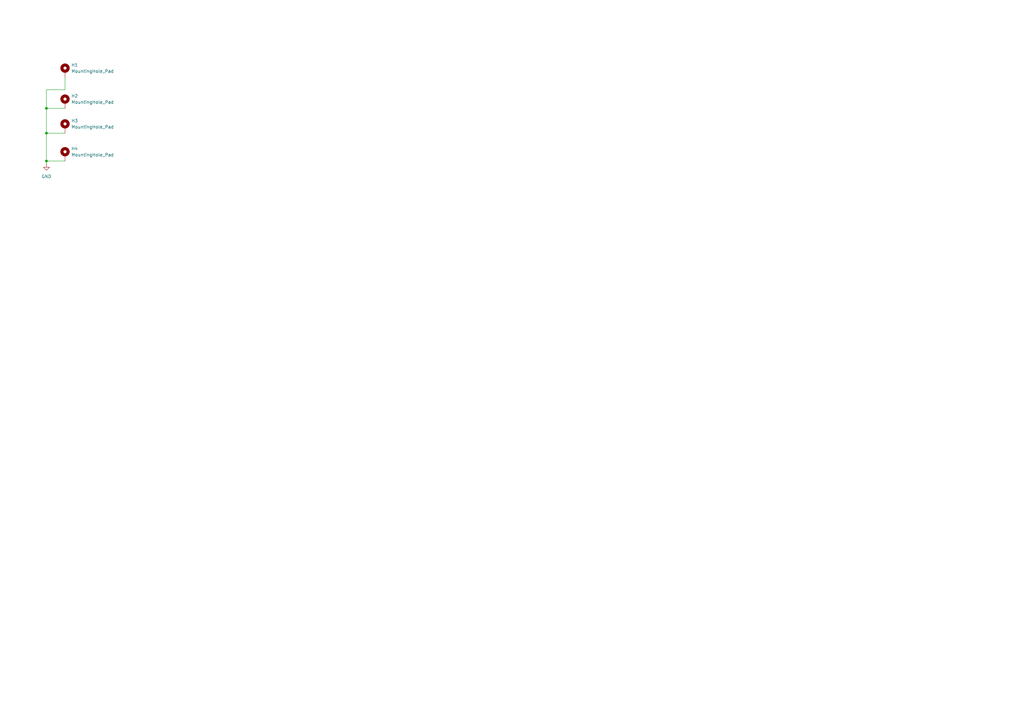
<source format=kicad_sch>
(kicad_sch (version 20231120) (generator "eeschema") (generator_version "8.0")
  (paper "A3")
  (title_block (title "Small Size PCB Template") (date "2024-08-05") (rev "Initial Commit") (company "FabRice Team - Campus Fab"))
  (lib_symbols
    (symbol "Mechanical:MountingHole_Pad" (pin_numbers hide) (pin_names (offset 1.016) hide) (exclude_from_sim yes) (in_bom no)
      (property "Reference" "H" (at 0 6.35 0))
      (property "Value" "MountingHole_Pad" (at 0 4.445 0))
      (symbol "MountingHole_Pad_0_1"
        (circle (center 0 1.27) (radius 1.27) (stroke (width 1.27)))
      )
      (symbol "MountingHole_Pad_1_1"
        (pin input line (at 0 -2.54 90) (length 2.54) (name "1") (number "1"))
      )
    )
    (symbol "power:GND" (power) (pin_numbers hide) (pin_names (offset 0) hide)
      (property "Value" "GND" (at 0 -3.81 0))
      (symbol "GND_0_1"
        (polyline (pts (xy 0 0) (xy 0 -1.27) (xy 1.27 -1.27) (xy 0 -2.54) (xy -1.27 -1.27) (xy 0 -1.27)))
      )
      (symbol "GND_1_1"
        (pin power_in line (at 0 0 270) (length 0) (name "~") (number "1"))
      )
    )
  )
  (junction (at 19.05 66.04))
  (junction (at 19.05 44.45))
  (junction (at 19.05 54.61))
  (wire (pts (xy 19.05 54.61) (xy 19.05 66.04)))
  (wire (pts (xy 19.05 44.45) (xy 26.67 44.45)))
  (wire (pts (xy 26.67 36.83) (xy 19.05 36.83)))
  (wire (pts (xy 19.05 66.04) (xy 26.67 66.04)))
  (wire (pts (xy 26.67 31.75) (xy 26.67 36.83)))
  (wire (pts (xy 26.67 54.61) (xy 19.05 54.61)))
  (wire (pts (xy 19.05 66.04) (xy 19.05 67.31)))
  (wire (pts (xy 19.05 44.45) (xy 19.05 54.61)))
  (wire (pts (xy 19.05 36.83) (xy 19.05 44.45)))
  (symbol (lib_id "Mechanical:MountingHole_Pad") (at 26.67 41.91 0) (unit 1) (exclude_from_sim yes) (in_bom no)
    (property "Reference" "H2" (at 29.21 39.3699 0) (effects (justify left)))
    (property "Value" "MountingHole_Pad" (at 29.21 41.9099 0) (effects (justify left)))
    (property "Footprint" "MountingHole:MountingHole_3.2mm_M3_Pad" (effects (hide yes)))
    (property "Description" "Mounting Hole with connection" (effects (hide yes)))
  )
  (symbol (lib_id "Mechanical:MountingHole_Pad") (at 26.67 52.07 0) (unit 1) (exclude_from_sim yes) (in_bom no)
    (property "Reference" "H3" (at 29.21 49.5299 0) (effects (justify left)))
    (property "Value" "MountingHole_Pad" (at 29.21 52.0699 0) (effects (justify left)))
    (property "Footprint" "MountingHole:MountingHole_3.2mm_M3_Pad" (effects (hide yes)))
    (property "Description" "Mounting Hole with connection" (effects (hide yes)))
  )
  (symbol (lib_id "power:GND") (at 19.05 67.31 0) (unit 1)
    (property "Reference" "#PWR01" (effects (hide yes)))
    (property "Value" "GND" (at 19.05 72.39 0))
    (property "Description" "Power symbol creates a global label with name \"GND\" , ground" (effects (hide yes)))
  )
  (symbol (lib_id "Mechanical:MountingHole_Pad") (at 26.67 29.21 0) (unit 1) (exclude_from_sim yes) (in_bom no)
    (property "Reference" "H1" (at 29.21 26.6699 0) (effects (justify left)))
    (property "Value" "MountingHole_Pad" (at 29.21 29.2099 0) (effects (justify left)))
    (property "Footprint" "MountingHole:MountingHole_3.2mm_M3_Pad" (effects (hide yes)))
    (property "Description" "Mounting Hole with connection" (effects (hide yes)))
  )
  (symbol (lib_id "Mechanical:MountingHole_Pad") (at 26.67 63.5 0) (unit 1) (exclude_from_sim yes) (in_bom no)
    (property "Reference" "H4" (at 29.21 60.9599 0) (effects (justify left)))
    (property "Value" "MountingHole_Pad" (at 29.21 63.4999 0) (effects (justify left)))
    (property "Footprint" "MountingHole:MountingHole_3.2mm_M3_Pad" (effects (hide yes)))
    (property "Description" "Mounting Hole with connection" (effects (hide yes)))
  )
)
</source>
